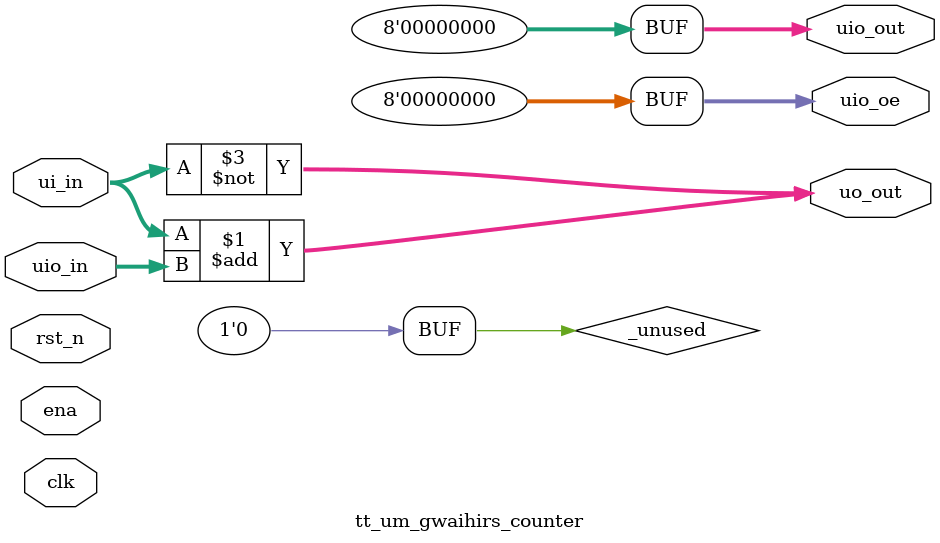
<source format=v>
/*
 * Copyright (c) 2024 Your Name
 * SPDX-License-Identifier: Apache-2.0
 */

`default_nettype none

module tt_um_gwaihirs_counter (
    input  wire [7:0] ui_in,    // Dedicated inputs
    output wire [7:0] uo_out,   // Dedicated outputs
    input  wire [7:0] uio_in,   // IOs: Input path
    output wire [7:0] uio_out,  // IOs: Output path
    output wire [7:0] uio_oe,   // IOs: Enable path (active high: 0=input, 1=output)
    input  wire       ena,      // always 1 when the design is powered, so you can ignore it
    input  wire       clk,      // clock
    input  wire       rst_n     // reset_n - low to reset
);

  // All output pins must be assigned. If not used, assign to 0.
  assign uo_out  = ui_in + uio_in;  // Example: ou_out is the sum of ui_in and uio_in
  assign uio_out = 0;
  assign uio_oe  = 0;

  // List all unused inputs to prevent warnings
  wire _unused = &{ena, clk, rst_n, 1'b0};

  assign uo_out = ~(ui_in); 

endmodule

</source>
